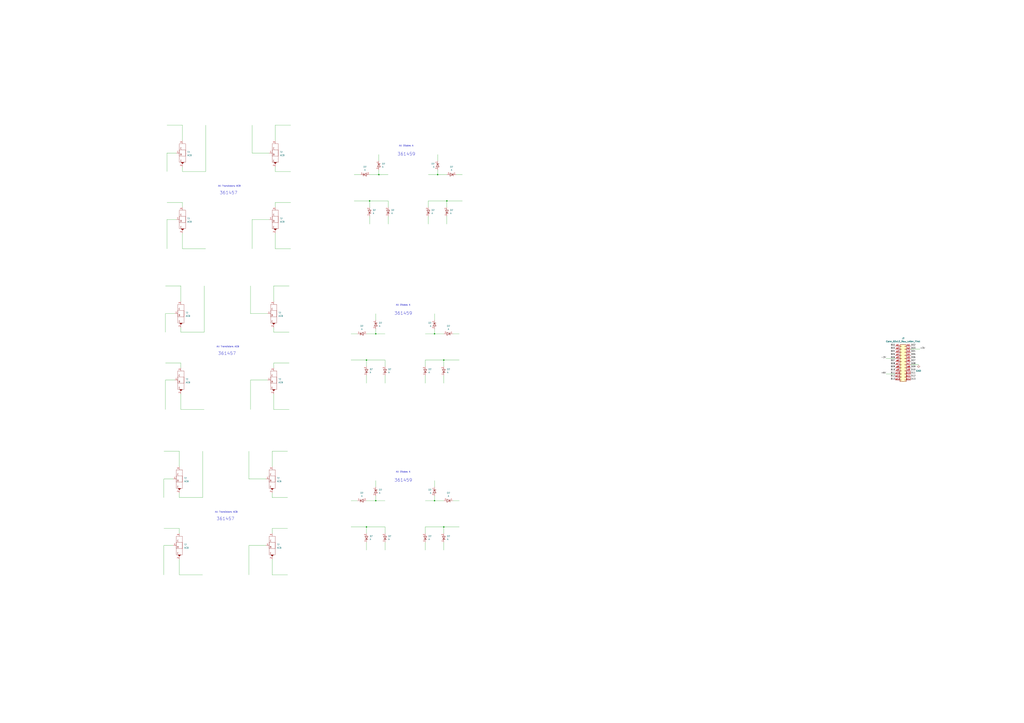
<source format=kicad_sch>
(kicad_sch (version 20211123) (generator eeschema)
  (paper "A1")
  (lib_symbols
    (symbol "Connector_Generic:Conn_02x12_Row_Letter_First" (pin_names (offset 1.016) hide)
      (property "Reference" "J" (at 1.27 15.24 0))
      (property "Value" "Conn_02x12_Row_Letter_First" (at 1.27 -17.78 0))
      (symbol "Conn_02x12_Row_Letter_First_1_1"
        (rectangle (start -1.27 -15.113) (end 0 -15.367) (stroke (width 0.1524)))
        (rectangle (start -1.27 -12.573) (end 0 -12.827) (stroke (width 0.1524)))
        (rectangle (start -1.27 -10.033) (end 0 -10.287) (stroke (width 0.1524)))
        (rectangle (start -1.27 -7.493) (end 0 -7.747) (stroke (width 0.1524)))
        (rectangle (start -1.27 -4.953) (end 0 -5.207) (stroke (width 0.1524)))
        (rectangle (start -1.27 -2.413) (end 0 -2.667) (stroke (width 0.1524)))
        (rectangle (start -1.27 0.127) (end 0 -0.127) (stroke (width 0.1524)))
        (rectangle (start -1.27 2.667) (end 0 2.413) (stroke (width 0.1524)))
        (rectangle (start -1.27 5.207) (end 0 4.953) (stroke (width 0.1524)))
        (rectangle (start -1.27 7.747) (end 0 7.493) (stroke (width 0.1524)))
        (rectangle (start -1.27 10.287) (end 0 10.033) (stroke (width 0.1524)))
        (rectangle (start -1.27 12.827) (end 0 12.573) (stroke (width 0.1524)))
        (rectangle (start -1.27 13.97) (end 3.81 -16.51) (stroke (width 0.254)) (fill (type background)))
        (rectangle (start 3.81 -15.113) (end 2.54 -15.367) (stroke (width 0.1524)))
        (rectangle (start 3.81 -12.573) (end 2.54 -12.827) (stroke (width 0.1524)))
        (rectangle (start 3.81 -10.033) (end 2.54 -10.287) (stroke (width 0.1524)))
        (rectangle (start 3.81 -7.493) (end 2.54 -7.747) (stroke (width 0.1524)))
        (rectangle (start 3.81 -4.953) (end 2.54 -5.207) (stroke (width 0.1524)))
        (rectangle (start 3.81 -2.413) (end 2.54 -2.667) (stroke (width 0.1524)))
        (rectangle (start 3.81 0.127) (end 2.54 -0.127) (stroke (width 0.1524)))
        (rectangle (start 3.81 2.667) (end 2.54 2.413) (stroke (width 0.1524)))
        (rectangle (start 3.81 5.207) (end 2.54 4.953) (stroke (width 0.1524)))
        (rectangle (start 3.81 7.747) (end 2.54 7.493) (stroke (width 0.1524)))
        (rectangle (start 3.81 10.287) (end 2.54 10.033) (stroke (width 0.1524)))
        (rectangle (start 3.81 12.827) (end 2.54 12.573) (stroke (width 0.1524)))
        (pin passive line (at -5.08 12.7 0) (length 3.81) (name "Pin_a1") (number "a1"))
        (pin passive line (at -5.08 -10.16 0) (length 3.81) (name "Pin_a10") (number "a10"))
        (pin passive line (at -5.08 -12.7 0) (length 3.81) (name "Pin_a11") (number "a11"))
        (pin passive line (at -5.08 -15.24 0) (length 3.81) (name "Pin_a12") (number "a12"))
        (pin passive line (at -5.08 10.16 0) (length 3.81) (name "Pin_a2") (number "a2"))
        (pin passive line (at -5.08 7.62 0) (length 3.81) (name "Pin_a3") (number "a3"))
        (pin passive line (at -5.08 5.08 0) (length 3.81) (name "Pin_a4") (number "a4"))
        (pin passive line (at -5.08 2.54 0) (length 3.81) (name "Pin_a5") (number "a5"))
        (pin passive line (at -5.08 0 0) (length 3.81) (name "Pin_a6") (number "a6"))
        (pin passive line (at -5.08 -2.54 0) (length 3.81) (name "Pin_a7") (number "a7"))
        (pin passive line (at -5.08 -5.08 0) (length 3.81) (name "Pin_a8") (number "a8"))
        (pin passive line (at -5.08 -7.62 0) (length 3.81) (name "Pin_a9") (number "a9"))
        (pin passive line (at 7.62 12.7 180) (length 3.81) (name "Pin_b1") (number "b1"))
        (pin passive line (at 7.62 -10.16 180) (length 3.81) (name "Pin_b10") (number "b10"))
        (pin passive line (at 7.62 -12.7 180) (length 3.81) (name "Pin_b11") (number "b11"))
        (pin passive line (at 7.62 -15.24 180) (length 3.81) (name "Pin_b12") (number "b12"))
        (pin passive line (at 7.62 10.16 180) (length 3.81) (name "Pin_b2") (number "b2"))
        (pin passive line (at 7.62 7.62 180) (length 3.81) (name "Pin_b3") (number "b3"))
        (pin passive line (at 7.62 5.08 180) (length 3.81) (name "Pin_b4") (number "b4"))
        (pin passive line (at 7.62 2.54 180) (length 3.81) (name "Pin_b5") (number "b5"))
        (pin passive line (at 7.62 0 180) (length 3.81) (name "Pin_b6") (number "b6"))
        (pin passive line (at 7.62 -2.54 180) (length 3.81) (name "Pin_b7") (number "b7"))
        (pin passive line (at 7.62 -5.08 180) (length 3.81) (name "Pin_b8") (number "b8"))
        (pin passive line (at 7.62 -7.62 180) (length 3.81) (name "Pin_b9") (number "b9"))
      )
    )
    (symbol "IBM_SLT-SLD:IBM_Diode"
      (property "Reference" "D" (at 0 5.08 0))
      (property "Value" "IBM_Diode" (at 0 2.54 0))
      (symbol "IBM_Diode_0_1"
        (polyline (pts (xy -1.27 1.27) (xy -1.27 -1.27)) (stroke (width 0.254)))
        (polyline (pts (xy 1.27 0) (xy -1.27 0)))
        (polyline (pts (xy 1.27 1.27) (xy 1.27 -1.27) (xy -1.27 0) (xy 1.27 1.27)) (stroke (width 0.254)))
      )
      (symbol "IBM_Diode_1_1"
        (pin passive line (at -3.81 0 0) (length 2.54) (name "K") (number "1"))
        (pin passive line (at 3.81 0 180) (length 2.54) (name "A") (number "2"))
      )
    )
    (symbol "IBM_SLT-SLD:IBM_Transistor"
      (property "Reference" "T" (at 0 5.08 0))
      (property "Value" "IBM_Transistor" (at 7.62 8.89 0))
      (symbol "IBM_Transistor_0_0"
        (text "B" (at -1.27 -1.27 0) (effects (font (size 1.27 1.27))))
        (text "C" (at -1.27 3.81 0) (effects (font (size 1.27 1.27))))
        (text "E" (at -1.27 -6.35 0) (effects (font (size 1.27 1.27))))
      )
      (symbol "IBM_Transistor_0_1"
        (rectangle (start -2.54 2.54) (end 2.54 -2.54))
        (rectangle (start -2.54 7.62) (end 2.54 -7.62))
        (polyline (pts (xy -1.27 -7.62) (xy 0 -8.89) (xy 1.27 -7.62)) (fill (type outline)))
      )
      (symbol "IBM_Transistor_1_1"
        (pin passive line (at -5.08 0 0) (length 2.54) (name "B") (number "1"))
        (pin passive line (at 0 -11.43 90) (length 2.54) (name "E") (number "2"))
        (pin passive line (at 0 10.16 270) (length 2.54) (name "C") (number "3"))
      )
    )
    (symbol "power:GND" (power) (pin_names (offset 0))
      (property "Value" "GND" (at 0 -3.81 0))
      (symbol "GND_0_1"
        (polyline (pts (xy 0 0) (xy 0 -1.27) (xy 1.27 -1.27) (xy 0 -2.54) (xy -1.27 -1.27) (xy 0 -1.27)))
      )
      (symbol "GND_1_1"
        (pin power_in line (at 0 0 270) (length 0) hide (name "GND") (number "1"))
      )
    )
  )
  (junction (at 300.99 295.91))
  (junction (at 367.03 165.1))
  (junction (at 356.87 411.48))
  (junction (at 359.41 143.51))
  (junction (at 300.99 433.07))
  (junction (at 356.87 274.32))
  (junction (at 364.49 433.07))
  (junction (at 364.49 295.91))
  (junction (at 311.15 143.51))
  (junction (at 308.61 411.48))
  (junction (at 303.53 165.1))
  (junction (at 308.61 274.32))
  (wire (pts (xy 356.87 407.67) (xy 356.87 411.48)))
  (wire (pts (xy 149.86 191.77) (xy 149.86 204.47)))
  (wire (pts (xy 367.03 177.8) (xy 367.03 184.15)))
  (wire (pts (xy 137.16 166.37) (xy 149.86 166.37)))
  (wire (pts (xy 316.23 308.61) (xy 316.23 314.96)))
  (wire (pts (xy 148.59 247.65) (xy 148.59 234.95)))
  (wire (pts (xy 288.29 411.48) (xy 293.37 411.48)))
  (wire (pts (xy 226.06 137.16) (xy 226.06 140.97)))
  (wire (pts (xy 149.86 102.87) (xy 137.16 102.87)))
  (wire (pts (xy 748.03 299.72) (xy 754.38 299.72)))
  (wire (pts (xy 359.41 127) (xy 359.41 132.08)))
  (wire (pts (xy 300.99 308.61) (xy 300.99 314.96)))
  (wire (pts (xy 149.86 137.16) (xy 149.86 140.97)))
  (wire (pts (xy 224.79 234.95) (xy 237.49 234.95)))
  (wire (pts (xy 147.32 434.34) (xy 147.32 438.15)))
  (wire (pts (xy 308.61 407.67) (xy 308.61 411.48)))
  (wire (pts (xy 148.59 323.85) (xy 148.59 336.55)))
  (wire (pts (xy 356.87 394.97) (xy 356.87 400.05)))
  (wire (pts (xy 149.86 166.37) (xy 149.86 170.18)))
  (wire (pts (xy 288.29 295.91) (xy 300.99 295.91)))
  (wire (pts (xy 220.98 180.34) (xy 207.01 180.34)))
  (wire (pts (xy 318.77 170.18) (xy 318.77 165.1)))
  (wire (pts (xy 224.79 336.55) (xy 237.49 336.55)))
  (wire (pts (xy 223.52 434.34) (xy 236.22 434.34)))
  (wire (pts (xy 226.06 102.87) (xy 238.76 102.87)))
  (wire (pts (xy 300.99 445.77) (xy 300.99 452.12)))
  (wire (pts (xy 377.19 433.07) (xy 364.49 433.07)))
  (wire (pts (xy 372.11 411.48) (xy 377.19 411.48)))
  (wire (pts (xy 300.99 411.48) (xy 308.61 411.48)))
  (wire (pts (xy 224.79 302.26) (xy 224.79 298.45)))
  (wire (pts (xy 220.98 125.73) (xy 207.01 125.73)))
  (wire (pts (xy 134.62 472.44) (xy 134.62 448.31)))
  (wire (pts (xy 318.77 177.8) (xy 318.77 184.15)))
  (wire (pts (xy 303.53 177.8) (xy 303.53 184.15)))
  (wire (pts (xy 148.59 298.45) (xy 148.59 302.26)))
  (wire (pts (xy 308.61 270.51) (xy 308.61 274.32)))
  (wire (pts (xy 143.51 257.81) (xy 135.89 257.81)))
  (wire (pts (xy 207.01 180.34) (xy 207.01 204.47)))
  (wire (pts (xy 356.87 270.51) (xy 356.87 274.32)))
  (wire (pts (xy 300.99 274.32) (xy 308.61 274.32)))
  (wire (pts (xy 148.59 273.05) (xy 167.64 273.05)))
  (wire (pts (xy 205.74 257.81) (xy 205.74 234.95)))
  (wire (pts (xy 290.83 143.51) (xy 295.91 143.51)))
  (wire (pts (xy 205.74 312.42) (xy 205.74 336.55)))
  (wire (pts (xy 364.49 274.32) (xy 356.87 274.32)))
  (wire (pts (xy 147.32 459.74) (xy 147.32 472.44)))
  (wire (pts (xy 223.52 472.44) (xy 236.22 472.44)))
  (wire (pts (xy 148.59 269.24) (xy 148.59 273.05)))
  (wire (pts (xy 364.49 308.61) (xy 364.49 314.96)))
  (wire (pts (xy 308.61 411.48) (xy 316.23 411.48)))
  (wire (pts (xy 147.32 383.54) (xy 147.32 370.84)))
  (wire (pts (xy 148.59 234.95) (xy 135.89 234.95)))
  (wire (pts (xy 226.06 140.97) (xy 238.76 140.97)))
  (wire (pts (xy 223.52 438.15) (xy 223.52 434.34)))
  (wire (pts (xy 367.03 165.1) (xy 367.03 170.18)))
  (wire (pts (xy 374.65 143.51) (xy 379.73 143.51)))
  (wire (pts (xy 207.01 125.73) (xy 207.01 102.87)))
  (wire (pts (xy 147.32 408.94) (xy 166.37 408.94)))
  (wire (pts (xy 226.06 170.18) (xy 226.06 166.37)))
  (wire (pts (xy 147.32 405.13) (xy 147.32 408.94)))
  (wire (pts (xy 303.53 143.51) (xy 311.15 143.51)))
  (wire (pts (xy 300.99 433.07) (xy 300.99 438.15)))
  (wire (pts (xy 204.47 393.7) (xy 204.47 370.84)))
  (wire (pts (xy 311.15 139.7) (xy 311.15 143.51)))
  (wire (pts (xy 288.29 274.32) (xy 293.37 274.32)))
  (wire (pts (xy 219.71 257.81) (xy 205.74 257.81)))
  (wire (pts (xy 349.25 300.99) (xy 349.25 295.91)))
  (wire (pts (xy 311.15 127) (xy 311.15 132.08)))
  (wire (pts (xy 356.87 411.48) (xy 349.25 411.48)))
  (wire (pts (xy 367.03 143.51) (xy 359.41 143.51)))
  (wire (pts (xy 135.89 298.45) (xy 148.59 298.45)))
  (wire (pts (xy 224.79 273.05) (xy 237.49 273.05)))
  (wire (pts (xy 226.06 191.77) (xy 226.06 204.47)))
  (wire (pts (xy 149.86 115.57) (xy 149.86 102.87)))
  (wire (pts (xy 226.06 115.57) (xy 226.06 102.87)))
  (wire (pts (xy 351.79 170.18) (xy 351.79 165.1)))
  (wire (pts (xy 149.86 140.97) (xy 168.91 140.97)))
  (wire (pts (xy 147.32 472.44) (xy 166.37 472.44)))
  (wire (pts (xy 135.89 336.55) (xy 135.89 312.42)))
  (wire (pts (xy 300.99 295.91) (xy 316.23 295.91)))
  (wire (pts (xy 288.29 433.07) (xy 300.99 433.07)))
  (wire (pts (xy 364.49 295.91) (xy 349.25 295.91)))
  (wire (pts (xy 316.23 300.99) (xy 316.23 295.91)))
  (wire (pts (xy 204.47 448.31) (xy 204.47 472.44)))
  (wire (pts (xy 308.61 394.97) (xy 308.61 400.05)))
  (wire (pts (xy 364.49 445.77) (xy 364.49 452.12)))
  (wire (pts (xy 359.41 143.51) (xy 351.79 143.51)))
  (wire (pts (xy 300.99 295.91) (xy 300.99 300.99)))
  (wire (pts (xy 134.62 434.34) (xy 147.32 434.34)))
  (wire (pts (xy 372.11 274.32) (xy 377.19 274.32)))
  (wire (pts (xy 224.79 323.85) (xy 224.79 336.55)))
  (wire (pts (xy 134.62 448.31) (xy 142.24 448.31)))
  (wire (pts (xy 137.16 125.73) (xy 137.16 140.97)))
  (wire (pts (xy 308.61 257.81) (xy 308.61 262.89)))
  (wire (pts (xy 148.59 336.55) (xy 167.64 336.55)))
  (wire (pts (xy 166.37 408.94) (xy 166.37 370.84)))
  (wire (pts (xy 149.86 204.47) (xy 168.91 204.47)))
  (wire (pts (xy 748.03 287.02) (xy 755.65 287.02)))
  (wire (pts (xy 316.23 438.15) (xy 316.23 433.07)))
  (wire (pts (xy 218.44 448.31) (xy 204.47 448.31)))
  (wire (pts (xy 290.83 165.1) (xy 303.53 165.1)))
  (wire (pts (xy 349.25 445.77) (xy 349.25 452.12)))
  (wire (pts (xy 226.06 166.37) (xy 238.76 166.37)))
  (wire (pts (xy 224.79 247.65) (xy 224.79 234.95)))
  (wire (pts (xy 226.06 204.47) (xy 238.76 204.47)))
  (wire (pts (xy 303.53 165.1) (xy 318.77 165.1)))
  (wire (pts (xy 727.71 307.34) (xy 735.33 307.34)))
  (wire (pts (xy 223.52 459.74) (xy 223.52 472.44)))
  (wire (pts (xy 137.16 180.34) (xy 144.78 180.34)))
  (wire (pts (xy 303.53 165.1) (xy 303.53 170.18)))
  (wire (pts (xy 364.49 411.48) (xy 356.87 411.48)))
  (wire (pts (xy 168.91 140.97) (xy 168.91 102.87)))
  (wire (pts (xy 349.25 438.15) (xy 349.25 433.07)))
  (wire (pts (xy 364.49 295.91) (xy 364.49 300.99)))
  (wire (pts (xy 219.71 312.42) (xy 205.74 312.42)))
  (wire (pts (xy 167.64 273.05) (xy 167.64 234.95)))
  (wire (pts (xy 144.78 125.73) (xy 137.16 125.73)))
  (wire (pts (xy 364.49 433.07) (xy 349.25 433.07)))
  (wire (pts (xy 134.62 393.7) (xy 134.62 408.94)))
  (wire (pts (xy 224.79 269.24) (xy 224.79 273.05)))
  (wire (pts (xy 223.52 370.84) (xy 236.22 370.84)))
  (wire (pts (xy 308.61 274.32) (xy 316.23 274.32)))
  (wire (pts (xy 356.87 257.81) (xy 356.87 262.89)))
  (wire (pts (xy 137.16 204.47) (xy 137.16 180.34)))
  (wire (pts (xy 223.52 383.54) (xy 223.52 370.84)))
  (wire (pts (xy 351.79 177.8) (xy 351.79 184.15)))
  (wire (pts (xy 142.24 393.7) (xy 134.62 393.7)))
  (wire (pts (xy 218.44 393.7) (xy 204.47 393.7)))
  (wire (pts (xy 367.03 165.1) (xy 351.79 165.1)))
  (wire (pts (xy 359.41 139.7) (xy 359.41 143.51)))
  (wire (pts (xy 224.79 298.45) (xy 237.49 298.45)))
  (wire (pts (xy 316.23 445.77) (xy 316.23 452.12)))
  (wire (pts (xy 356.87 274.32) (xy 349.25 274.32)))
  (wire (pts (xy 349.25 308.61) (xy 349.25 314.96)))
  (wire (pts (xy 311.15 143.51) (xy 318.77 143.51)))
  (wire (pts (xy 364.49 433.07) (xy 364.49 438.15)))
  (wire (pts (xy 377.19 295.91) (xy 364.49 295.91)))
  (wire (pts (xy 300.99 433.07) (xy 316.23 433.07)))
  (wire (pts (xy 379.73 165.1) (xy 367.03 165.1)))
  (wire (pts (xy 147.32 370.84) (xy 134.62 370.84)))
  (wire (pts (xy 727.71 294.64) (xy 735.33 294.64)))
  (wire (pts (xy 135.89 257.81) (xy 135.89 273.05)))
  (wire (pts (xy 135.89 312.42) (xy 143.51 312.42)))
  (wire (pts (xy 223.52 408.94) (xy 236.22 408.94)))
  (wire (pts (xy 223.52 405.13) (xy 223.52 408.94)))
  (text "All Transistors ACB" (at 177.8 285.75 0) (effects (font (size 1.27 1.27)) (justify left bottom)))
  (text "All Diodes A" (at 325.12 388.62 0) (effects (font (size 1.27 1.27)) (justify left bottom)))
  (text "All Transistors ACB" (at 176.53 421.64 0) (effects (font (size 1.27 1.27)) (justify left bottom)))
  (text "361457" (at 180.34 160.02 0) (effects (font (size 2.54 2.54)) (justify left bottom)))
  (text "361459" (at 323.85 396.24 0) (effects (font (size 2.54 2.54)) (justify left bottom)))
  (text "All Transistors ACB" (at 179.07 153.67 0) (effects (font (size 1.27 1.27)) (justify left bottom)))
  (text "All Diodes A" (at 325.12 251.46 0) (effects (font (size 1.27 1.27)) (justify left bottom)))
  (text "361457" (at 179.07 292.1 0) (effects (font (size 2.54 2.54)) (justify left bottom)))
  (text "361459" (at 326.39 128.27 0) (effects (font (size 2.54 2.54)) (justify left bottom)))
  (text "361457" (at 177.8 427.99 0) (effects (font (size 2.54 2.54)) (justify left bottom)))
  (text "361459" (at 323.85 259.08 0) (effects (font (size 2.54 2.54)) (justify left bottom)))
  (text "All Diodes A" (at 327.66 120.65 0) (effects (font (size 1.27 1.27)) (justify left bottom)))
  (label "+3V" (at 755.65 287.02 0))
  (label "-3V" (at 727.71 294.64 180))
  (label "D06" (at 748.03 294.64 0))
  (label "+6V" (at 727.71 307.34 180))
  (label "D13" (at 748.03 312.42 0))
  (label "D09" (at 748.03 302.26 0))
  (label "B12" (at 735.33 309.88 180))
  (label "B02" (at 735.33 284.48 180))
  (label "B11" (at 735.33 307.34 180))
  (label "D07" (at 748.03 297.18 0))
  (label "B10" (at 735.33 304.8 180))
  (label "B09" (at 735.33 302.26 180))
  (label "D02" (at 748.03 284.48 0))
  (label "B05" (at 735.33 292.1 180))
  (label "B04" (at 735.33 289.56 180))
  (label "D05" (at 748.03 292.1 0))
  (label "B13" (at 735.33 312.42 180))
  (label "D11" (at 748.03 307.34 0))
  (label "B08" (at 735.33 299.72 180))
  (label "D04" (at 748.03 289.56 0))
  (label "B03" (at 735.33 287.02 180))
  (label "B06" (at 735.33 294.64 180))
  (label "D12" (at 748.03 309.88 0))
  (label "D08" (at 748.03 299.72 0))
  (label "B07" (at 735.33 297.18 180))
  (label "D03" (at 748.03 287.02 0))
  (label "D10" (at 748.03 304.8 0))
  (symbol (lib_id "IBM_SLT-SLD:IBM_Diode") (at 368.3 411.48 180) (unit 1)
    (property "Reference" "D?" (at 368.3 405.13 0))
    (property "Value" "A" (at 368.3 407.67 0))
    (property "Footprint" "Diode_SMD:D_0201_0603Metric" (effects hide))
  )
  (symbol (lib_id "IBM_SLT-SLD:IBM_Diode") (at 364.49 441.96 90) (unit 1)
    (property "Reference" "D?" (at 367.03 440.6899 90) (effects (justify right)))
    (property "Value" "A" (at 367.03 443.2299 90) (effects (justify right)))
    (property "Footprint" "Diode_SMD:D_0201_0603Metric" (effects hide))
  )
  (symbol (lib_id "IBM_SLT-SLD:IBM_Diode") (at 299.72 143.51 0) (unit 1)
    (property "Reference" "D?" (at 299.72 137.16 0))
    (property "Value" "A" (at 299.72 139.7 0))
    (property "Footprint" "Diode_SMD:D_0201_0603Metric" (effects hide))
  )
  (symbol (lib_id "IBM_SLT-SLD:IBM_Diode") (at 316.23 441.96 90) (unit 1)
    (property "Reference" "D?" (at 318.77 440.6899 90) (effects (justify right)))
    (property "Value" "A" (at 318.77 443.2299 90) (effects (justify right)))
    (property "Footprint" "Diode_SMD:D_0201_0603Metric" (effects hide))
  )
  (symbol (lib_id "IBM_SLT-SLD:IBM_Diode") (at 308.61 266.7 270) (unit 1)
    (property "Reference" "D?" (at 311.15 265.4299 90) (effects (justify left)))
    (property "Value" "A" (at 311.15 267.9699 90) (effects (justify left)))
    (property "Footprint" "Diode_SMD:D_0201_0603Metric" (effects hide))
  )
  (symbol (lib_id "IBM_SLT-SLD:IBM_Diode") (at 351.79 173.99 90) (unit 1)
    (property "Reference" "D?" (at 354.33 172.7199 90) (effects (justify right)))
    (property "Value" "A" (at 354.33 175.2599 90) (effects (justify right)))
    (property "Footprint" "Diode_SMD:D_0201_0603Metric" (effects hide))
  )
  (symbol (lib_id "IBM_SLT-SLD:IBM_Diode") (at 356.87 403.86 90) (mirror x) (unit 1)
    (property "Reference" "D?" (at 354.33 402.5899 90) (effects (justify left)))
    (property "Value" "A" (at 354.33 405.1299 90) (effects (justify left)))
    (property "Footprint" "Diode_SMD:D_0201_0603Metric" (effects hide))
  )
  (symbol (lib_id "IBM_SLT-SLD:IBM_Diode") (at 359.41 135.89 90) (mirror x) (unit 1)
    (property "Reference" "D?" (at 356.87 134.6199 90) (effects (justify left)))
    (property "Value" "A" (at 356.87 137.1599 90) (effects (justify left)))
    (property "Footprint" "Diode_SMD:D_0201_0603Metric" (effects hide))
  )
  (symbol (lib_id "IBM_SLT-SLD:IBM_Diode") (at 300.99 304.8 90) (unit 1)
    (property "Reference" "D?" (at 303.53 303.5299 90) (effects (justify right)))
    (property "Value" "A" (at 303.53 306.0699 90) (effects (justify right)))
    (property "Footprint" "Diode_SMD:D_0201_0603Metric" (effects hide))
  )
  (symbol (lib_id "IBM_SLT-SLD:IBM_Diode") (at 370.84 143.51 180) (unit 1)
    (property "Reference" "D?" (at 370.84 137.16 0))
    (property "Value" "A" (at 370.84 139.7 0))
    (property "Footprint" "Diode_SMD:D_0201_0603Metric" (effects hide))
  )
  (symbol (lib_id "IBM_SLT-SLD:IBM_Diode") (at 297.18 274.32 0) (unit 1)
    (property "Reference" "D?" (at 297.18 267.97 0))
    (property "Value" "A" (at 297.18 270.51 0))
    (property "Footprint" "Diode_SMD:D_0201_0603Metric" (effects hide))
  )
  (symbol (lib_id "IBM_SLT-SLD:IBM_Transistor") (at 223.52 448.31 0) (unit 1)
    (property "Reference" "T?" (at 227.33 447.6749 0) (effects (justify left)))
    (property "Value" "ACB" (at 227.33 450.2149 0) (effects (justify left)))
  )
  (symbol (lib_id "IBM_SLT-SLD:IBM_Diode") (at 349.25 304.8 90) (unit 1)
    (property "Reference" "D?" (at 351.79 303.5299 90) (effects (justify right)))
    (property "Value" "A" (at 351.79 306.0699 90) (effects (justify right)))
    (property "Footprint" "Diode_SMD:D_0201_0603Metric" (effects hide))
  )
  (symbol (lib_id "IBM_SLT-SLD:IBM_Transistor") (at 149.86 180.34 0) (unit 1)
    (property "Reference" "T?" (at 153.67 179.7049 0) (effects (justify left)))
    (property "Value" "ACB" (at 153.67 182.2449 0) (effects (justify left)))
  )
  (symbol (lib_id "IBM_SLT-SLD:IBM_Transistor") (at 223.52 393.7 0) (unit 1)
    (property "Reference" "T?" (at 227.33 393.0649 0) (effects (justify left)))
    (property "Value" "ACB" (at 227.33 395.6049 0) (effects (justify left)))
  )
  (symbol (lib_id "IBM_SLT-SLD:IBM_Transistor") (at 148.59 312.42 0) (unit 1)
    (property "Reference" "T?" (at 152.4 311.7849 0) (effects (justify left)))
    (property "Value" "ACB" (at 152.4 314.3249 0) (effects (justify left)))
  )
  (symbol (lib_id "IBM_SLT-SLD:IBM_Diode") (at 368.3 274.32 180) (unit 1)
    (property "Reference" "D?" (at 368.3 267.97 0))
    (property "Value" "A" (at 368.3 270.51 0))
    (property "Footprint" "Diode_SMD:D_0201_0603Metric" (effects hide))
  )
  (symbol (lib_id "IBM_SLT-SLD:IBM_Transistor") (at 224.79 257.81 0) (unit 1)
    (property "Reference" "T?" (at 228.6 257.1749 0) (effects (justify left)))
    (property "Value" "ACB" (at 228.6 259.7149 0) (effects (justify left)))
  )
  (symbol (lib_id "IBM_SLT-SLD:IBM_Transistor") (at 226.06 125.73 0) (unit 1)
    (property "Reference" "T?" (at 229.87 125.0949 0) (effects (justify left)))
    (property "Value" "ACB" (at 229.87 127.6349 0) (effects (justify left)))
  )
  (symbol (lib_id "IBM_SLT-SLD:IBM_Diode") (at 300.99 441.96 90) (unit 1)
    (property "Reference" "D?" (at 303.53 440.6899 90) (effects (justify right)))
    (property "Value" "A" (at 303.53 443.2299 90) (effects (justify right)))
    (property "Footprint" "Diode_SMD:D_0201_0603Metric" (effects hide))
  )
  (symbol (lib_id "IBM_SLT-SLD:IBM_Diode") (at 349.25 441.96 90) (unit 1)
    (property "Reference" "D?" (at 351.79 440.6899 90) (effects (justify right)))
    (property "Value" "A" (at 351.79 443.2299 90) (effects (justify right)))
    (property "Footprint" "Diode_SMD:D_0201_0603Metric" (effects hide))
  )
  (symbol (lib_id "IBM_SLT-SLD:IBM_Transistor") (at 149.86 125.73 0) (unit 1)
    (property "Reference" "T?" (at 153.67 125.0949 0) (effects (justify left)))
    (property "Value" "ACB" (at 153.67 127.6349 0) (effects (justify left)))
  )
  (symbol (lib_id "IBM_SLT-SLD:IBM_Transistor") (at 147.32 393.7 0) (unit 1)
    (property "Reference" "T?" (at 151.13 393.0649 0) (effects (justify left)))
    (property "Value" "ACB" (at 151.13 395.6049 0) (effects (justify left)))
  )
  (symbol (lib_id "IBM_SLT-SLD:IBM_Diode") (at 297.18 411.48 0) (unit 1)
    (property "Reference" "D?" (at 297.18 405.13 0))
    (property "Value" "A" (at 297.18 407.67 0))
    (property "Footprint" "Diode_SMD:D_0201_0603Metric" (effects hide))
  )
  (symbol (lib_id "power:GND") (at 754.38 299.72 0) (unit 1)
    (property "Reference" "#PWR?" (effects hide))
    (property "Value" "GND" (at 754.38 304.8 0))
  )
  (symbol (lib_id "IBM_SLT-SLD:IBM_Diode") (at 318.77 173.99 90) (unit 1)
    (property "Reference" "D?" (at 321.31 172.7199 90) (effects (justify right)))
    (property "Value" "A" (at 321.31 175.2599 90) (effects (justify right)))
    (property "Footprint" "Diode_SMD:D_0201_0603Metric" (effects hide))
  )
  (symbol (lib_id "IBM_SLT-SLD:IBM_Diode") (at 364.49 304.8 90) (unit 1)
    (property "Reference" "D?" (at 367.03 303.5299 90) (effects (justify right)))
    (property "Value" "A" (at 367.03 306.0699 90) (effects (justify right)))
    (property "Footprint" "Diode_SMD:D_0201_0603Metric" (effects hide))
  )
  (symbol (lib_id "IBM_SLT-SLD:IBM_Diode") (at 367.03 173.99 90) (unit 1)
    (property "Reference" "D?" (at 369.57 172.7199 90) (effects (justify right)))
    (property "Value" "A" (at 369.57 175.2599 90) (effects (justify right)))
    (property "Footprint" "Diode_SMD:D_0201_0603Metric" (effects hide))
  )
  (symbol (lib_id "IBM_SLT-SLD:IBM_Transistor") (at 224.79 312.42 0) (unit 1)
    (property "Reference" "T?" (at 228.6 311.7849 0) (effects (justify left)))
    (property "Value" "ACB" (at 228.6 314.3249 0) (effects (justify left)))
  )
  (symbol (lib_id "IBM_SLT-SLD:IBM_Diode") (at 303.53 173.99 90) (unit 1)
    (property "Reference" "D?" (at 306.07 172.7199 90) (effects (justify right)))
    (property "Value" "A" (at 306.07 175.2599 90) (effects (justify right)))
    (property "Footprint" "Diode_SMD:D_0201_0603Metric" (effects hide))
  )
  (symbol (lib_id "Connector_Generic:Conn_02x12_Row_Letter_First") (at 740.41 297.18 0) (unit 1)
    (property "Reference" "J?" (at 741.68 278.13 0))
    (property "Value" "Conn_02x12_Row_Letter_First" (at 741.68 280.67 0))
  )
  (symbol (lib_id "IBM_SLT-SLD:IBM_Diode") (at 356.87 266.7 90) (mirror x) (unit 1)
    (property "Reference" "D?" (at 354.33 265.4299 90) (effects (justify left)))
    (property "Value" "A" (at 354.33 267.9699 90) (effects (justify left)))
    (property "Footprint" "Diode_SMD:D_0201_0603Metric" (effects hide))
  )
  (symbol (lib_id "IBM_SLT-SLD:IBM_Diode") (at 311.15 135.89 270) (unit 1)
    (property "Reference" "D?" (at 313.69 134.6199 90) (effects (justify left)))
    (property "Value" "A" (at 313.69 137.1599 90) (effects (justify left)))
    (property "Footprint" "Diode_SMD:D_0201_0603Metric" (effects hide))
  )
  (symbol (lib_id "IBM_SLT-SLD:IBM_Diode") (at 316.23 304.8 90) (unit 1)
    (property "Reference" "D?" (at 318.77 303.5299 90) (effects (justify right)))
    (property "Value" "A" (at 318.77 306.0699 90) (effects (justify right)))
    (property "Footprint" "Diode_SMD:D_0201_0603Metric" (effects hide))
  )
  (symbol (lib_id "IBM_SLT-SLD:IBM_Diode") (at 308.61 403.86 270) (unit 1)
    (property "Reference" "D?" (at 311.15 402.5899 90) (effects (justify left)))
    (property "Value" "A" (at 311.15 405.1299 90) (effects (justify left)))
    (property "Footprint" "Diode_SMD:D_0201_0603Metric" (effects hide))
  )
  (symbol (lib_id "IBM_SLT-SLD:IBM_Transistor") (at 148.59 257.81 0) (unit 1)
    (property "Reference" "T?" (at 152.4 257.1749 0) (effects (justify left)))
    (property "Value" "ACB" (at 152.4 259.7149 0) (effects (justify left)))
  )
  (symbol (lib_id "IBM_SLT-SLD:IBM_Transistor") (at 147.32 448.31 0) (unit 1)
    (property "Reference" "T?" (at 151.13 447.6749 0) (effects (justify left)))
    (property "Value" "ACB" (at 151.13 450.2149 0) (effects (justify left)))
  )
  (symbol (lib_id "IBM_SLT-SLD:IBM_Transistor") (at 226.06 180.34 0) (unit 1)
    (property "Reference" "T?" (at 229.87 179.7049 0) (effects (justify left)))
    (property "Value" "ACB" (at 229.87 182.2449 0) (effects (justify left)))
  )
)
</source>
